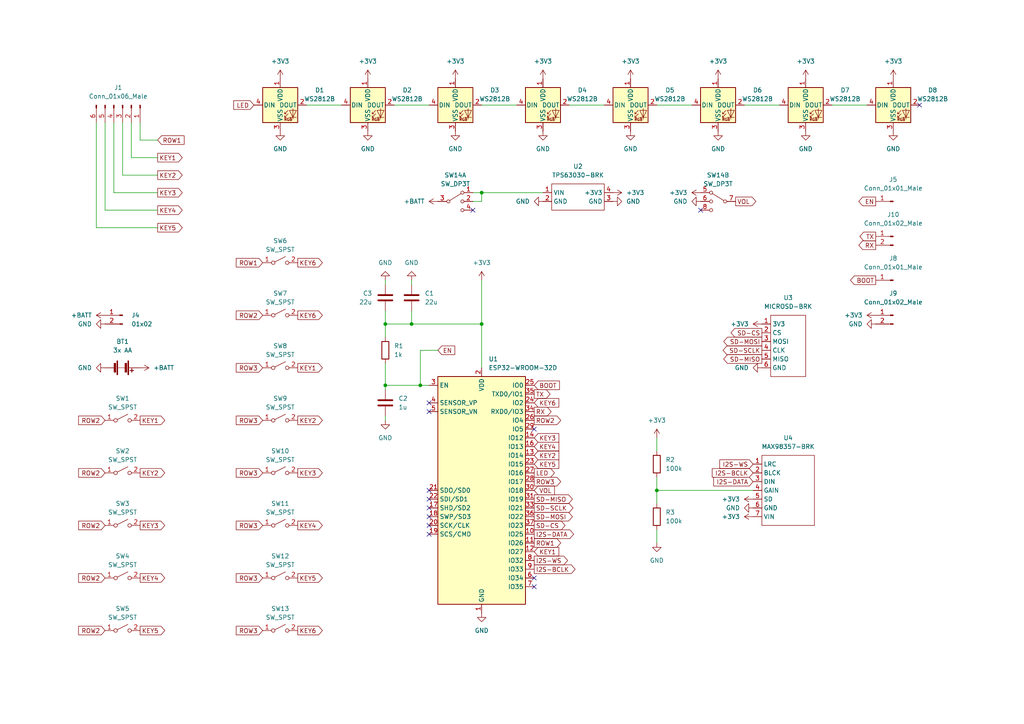
<source format=kicad_sch>
(kicad_sch (version 20221126) (generator eeschema)
  (paper "A4")
  (lib_symbols
    (symbol "Connector:Conn_01x01_Male" (pin_names (offset 1.016) hide)
      (property "Reference" "J" (at 0 2.54 0))
      (property "Value" "Conn_01x01_Male" (at 0 -2.54 0))
      (symbol "Conn_01x01_Male_1_1"
        (polyline (pts (xy 1.27 0) (xy 0.8636 0)) (stroke (width 0.1524)))
        (rectangle (start 0.8636 0.127) (end 0 -0.127) (stroke (width 0.1524)) (fill (type outline)))
        (pin passive line (at 5.08 0 180) (length 3.81) (name "Pin_1") (number "1"))
      )
    )
    (symbol "Connector:Conn_01x02_Male" (pin_names (offset 1.016) hide)
      (property "Reference" "J" (at 0 2.54 0))
      (property "Value" "Conn_01x02_Male" (at 0 -5.08 0))
      (symbol "Conn_01x02_Male_1_1"
        (polyline (pts (xy 1.27 -2.54) (xy 0.8636 -2.54)) (stroke (width 0.1524)))
        (polyline (pts (xy 1.27 0) (xy 0.8636 0)) (stroke (width 0.1524)))
        (rectangle (start 0.8636 -2.413) (end 0 -2.667) (stroke (width 0.1524)) (fill (type outline)))
        (rectangle (start 0.8636 0.127) (end 0 -0.127) (stroke (width 0.1524)) (fill (type outline)))
        (pin passive line (at 5.08 0 180) (length 3.81) (name "Pin_1") (number "1"))
        (pin passive line (at 5.08 -2.54 180) (length 3.81) (name "Pin_2") (number "2"))
      )
    )
    (symbol "Connector:Conn_01x06_Male" (pin_names (offset 1.016) hide)
      (property "Reference" "J" (at 0 7.62 0))
      (property "Value" "Conn_01x06_Male" (at 0 -10.16 0))
      (symbol "Conn_01x06_Male_1_1"
        (polyline (pts (xy 1.27 -7.62) (xy 0.8636 -7.62)) (stroke (width 0.1524)))
        (polyline (pts (xy 1.27 -5.08) (xy 0.8636 -5.08)) (stroke (width 0.1524)))
        (polyline (pts (xy 1.27 -2.54) (xy 0.8636 -2.54)) (stroke (width 0.1524)))
        (polyline (pts (xy 1.27 0) (xy 0.8636 0)) (stroke (width 0.1524)))
        (polyline (pts (xy 1.27 2.54) (xy 0.8636 2.54)) (stroke (width 0.1524)))
        (polyline (pts (xy 1.27 5.08) (xy 0.8636 5.08)) (stroke (width 0.1524)))
        (rectangle (start 0.8636 -7.493) (end 0 -7.747) (stroke (width 0.1524)) (fill (type outline)))
        (rectangle (start 0.8636 -4.953) (end 0 -5.207) (stroke (width 0.1524)) (fill (type outline)))
        (rectangle (start 0.8636 -2.413) (end 0 -2.667) (stroke (width 0.1524)) (fill (type outline)))
        (rectangle (start 0.8636 0.127) (end 0 -0.127) (stroke (width 0.1524)) (fill (type outline)))
        (rectangle (start 0.8636 2.667) (end 0 2.413) (stroke (width 0.1524)) (fill (type outline)))
        (rectangle (start 0.8636 5.207) (end 0 4.953) (stroke (width 0.1524)) (fill (type outline)))
        (pin passive line (at 5.08 5.08 180) (length 3.81) (name "Pin_1") (number "1"))
        (pin passive line (at 5.08 2.54 180) (length 3.81) (name "Pin_2") (number "2"))
        (pin passive line (at 5.08 0 180) (length 3.81) (name "Pin_3") (number "3"))
        (pin passive line (at 5.08 -2.54 180) (length 3.81) (name "Pin_4") (number "4"))
        (pin passive line (at 5.08 -5.08 180) (length 3.81) (name "Pin_5") (number "5"))
        (pin passive line (at 5.08 -7.62 180) (length 3.81) (name "Pin_6") (number "6"))
      )
    )
    (symbol "Device:Battery" (pin_numbers hide) (pin_names (offset 0) hide)
      (property "Reference" "BT" (at 2.54 2.54 0))
      (property "Value" "Battery" (at 2.54 0 0))
      (symbol "Battery_0_1"
        (rectangle (start -2.032 -1.397) (end 2.032 -1.651) (fill (type outline)))
        (rectangle (start -2.032 1.778) (end 2.032 1.524) (fill (type outline)))
        (rectangle (start -1.3208 -1.9812) (end 1.27 -2.4892) (fill (type outline)))
        (rectangle (start -1.3208 1.1938) (end 1.27 0.6858) (fill (type outline)))
        (polyline (pts (xy 0 -1.524) (xy 0 -1.27)))
        (polyline (pts (xy 0 -1.016) (xy 0 -0.762)))
        (polyline (pts (xy 0 -0.508) (xy 0 -0.254)))
        (polyline (pts (xy 0 0) (xy 0 0.254)))
        (polyline (pts (xy 0 0.508) (xy 0 0.762)))
        (polyline (pts (xy 0 1.778) (xy 0 2.54)))
        (polyline (pts (xy 0.254 2.667) (xy 1.27 2.667)) (stroke (width 0.254)))
        (polyline (pts (xy 0.762 3.175) (xy 0.762 2.159)) (stroke (width 0.254)))
      )
      (symbol "Battery_1_1"
        (pin passive line (at 0 5.08 270) (length 2.54) (name "+") (number "1") (alternate "" input line))
        (pin passive line (at 0 -5.08 90) (length 2.54) (name "-") (number "2"))
      )
    )
    (symbol "Device:C" (pin_numbers hide) (pin_names (offset 0.254))
      (property "Reference" "C" (at 0.635 2.54 0))
      (property "Value" "C" (at 0.635 -2.54 0))
      (symbol "C_0_1"
        (polyline (pts (xy -2.032 -0.762) (xy 2.032 -0.762)) (stroke (width 0.508)))
        (polyline (pts (xy -2.032 0.762) (xy 2.032 0.762)) (stroke (width 0.508)))
      )
      (symbol "C_1_1"
        (pin passive line (at 0 3.81 270) (length 2.794) (name "~") (number "1"))
        (pin passive line (at 0 -3.81 90) (length 2.794) (name "~") (number "2"))
      )
    )
    (symbol "Device:R" (pin_numbers hide) (pin_names (offset 0))
      (property "Reference" "R" (at 2.032 0 90))
      (property "Value" "R" (at 0 0 90))
      (symbol "R_0_1"
        (rectangle (start -1.016 -2.54) (end 1.016 2.54) (stroke (width 0.254)))
      )
      (symbol "R_1_1"
        (pin passive line (at 0 3.81 270) (length 1.27) (name "~") (number "1"))
        (pin passive line (at 0 -3.81 90) (length 1.27) (name "~") (number "2"))
      )
    )
    (symbol "LED:WS2812B" (pin_names (offset 0.254))
      (property "Reference" "D" (at 5.08 5.715 0))
      (property "Value" "WS2812B" (at 1.27 -5.715 0))
      (symbol "WS2812B_0_0"
        (text "RGB" (at 2.286 -4.191 0) (effects (font (size 0.762 0.762))))
      )
      (symbol "WS2812B_0_1"
        (polyline (pts (xy 1.27 -3.556) (xy 1.778 -3.556)))
        (polyline (pts (xy 1.27 -2.54) (xy 1.778 -2.54)))
        (polyline (pts (xy 4.699 -3.556) (xy 2.667 -3.556)))
        (polyline (pts (xy 2.286 -2.54) (xy 1.27 -3.556) (xy 1.27 -3.048)))
        (polyline (pts (xy 2.286 -1.524) (xy 1.27 -2.54) (xy 1.27 -2.032)))
        (polyline (pts (xy 3.683 -1.016) (xy 3.683 -3.556) (xy 3.683 -4.064)))
        (polyline (pts (xy 4.699 -1.524) (xy 2.667 -1.524) (xy 3.683 -3.556) (xy 4.699 -1.524)))
        (rectangle (start 5.08 5.08) (end -5.08 -5.08) (stroke (width 0.254)) (fill (type background)))
      )
      (symbol "WS2812B_1_1"
        (pin power_in line (at 0 7.62 270) (length 2.54) (name "VDD") (number "1"))
        (pin output line (at 7.62 0 180) (length 2.54) (name "DOUT") (number "2"))
        (pin power_in line (at 0 -7.62 90) (length 2.54) (name "VSS") (number "3"))
        (pin input line (at -7.62 0 0) (length 2.54) (name "DIN") (number "4"))
      )
    )
    (symbol "Library:MAX98357-BRK"
      (property "Reference" "U" (at 0 15.24 0))
      (property "Value" "MAX98357-BRK" (at 0 12.7 0))
      (symbol "MAX98357-BRK_0_1"
        (rectangle (start -7.62 10.16) (end 7.62 -10.16))
      )
      (symbol "MAX98357-BRK_1_1"
        (pin input line (at -10.16 7.62 0) (length 2.54) (name "LRC") (number "1"))
        (pin input line (at -10.16 5.08 0) (length 2.54) (name "BLCK") (number "2"))
        (pin input line (at -10.16 2.54 0) (length 2.54) (name "DIN") (number "3"))
        (pin input line (at -10.16 0 0) (length 2.54) (name "GAIN") (number "4"))
        (pin input line (at -10.16 -2.54 0) (length 2.54) (name "SD") (number "5"))
        (pin power_in line (at -10.16 -5.08 0) (length 2.54) (name "GND") (number "6"))
        (pin power_in line (at -10.16 -7.62 0) (length 2.54) (name "VIN") (number "7"))
      )
    )
    (symbol "Library:MICROSD-BRK"
      (property "Reference" "U" (at 0 10.16 0))
      (property "Value" "MICROSD-BRK" (at 0 7.62 0))
      (symbol "MICROSD-BRK_0_1"
        (rectangle (start -5.08 5.08) (end 5.08 -12.7))
      )
      (symbol "MICROSD-BRK_1_1"
        (pin power_in line (at -7.62 2.54 0) (length 2.54) (name "3V3") (number "1"))
        (pin input line (at -7.62 0 0) (length 2.54) (name "CS") (number "2"))
        (pin input line (at -7.62 -2.54 0) (length 2.54) (name "MOSI") (number "3"))
        (pin input line (at -7.62 -5.08 0) (length 2.54) (name "CLK") (number "4"))
        (pin output line (at -7.62 -7.62 0) (length 2.54) (name "MISO") (number "5"))
        (pin power_in line (at -7.62 -10.16 0) (length 2.54) (name "GND") (number "6"))
      )
    )
    (symbol "Library:TPS63030-BRK"
      (property "Reference" "U" (at 0 10.16 0))
      (property "Value" "TPS63030-BRK" (at 0 7.62 0))
      (symbol "TPS63030-BRK_0_1"
        (rectangle (start -7.62 5.08) (end 7.62 -2.54))
      )
      (symbol "TPS63030-BRK_1_1"
        (pin power_in line (at -10.16 2.54 0) (length 2.54) (name "VIN") (number "1"))
        (pin power_in line (at -10.16 0 0) (length 2.54) (name "GND") (number "2"))
        (pin power_out line (at 10.16 0 180) (length 2.54) (name "GND") (number "3"))
        (pin power_out line (at 10.16 2.54 180) (length 2.54) (name "+3V3") (number "4"))
      )
    )
    (symbol "RF_Module:ESP32-WROOM-32D"
      (property "Reference" "U" (at -12.7 34.29 0))
      (property "Value" "ESP32-WROOM-32D" (at 1.27 34.29 0))
      (symbol "ESP32-WROOM-32D_0_1"
        (rectangle (start -12.7 33.02) (end 12.7 -33.02) (stroke (width 0.254)) (fill (type background)))
      )
      (symbol "ESP32-WROOM-32D_1_1"
        (pin power_in line (at 0 -35.56 90) (length 2.54) (name "GND") (number "1"))
        (pin bidirectional line (at 15.24 -12.7 180) (length 2.54) (name "IO25") (number "10"))
        (pin bidirectional line (at 15.24 -15.24 180) (length 2.54) (name "IO26") (number "11"))
        (pin bidirectional line (at 15.24 -17.78 180) (length 2.54) (name "IO27") (number "12"))
        (pin bidirectional line (at 15.24 10.16 180) (length 2.54) (name "IO14") (number "13"))
        (pin bidirectional line (at 15.24 15.24 180) (length 2.54) (name "IO12") (number "14"))
        (pin passive line (at 0 -35.56 90) (length 2.54) hide (name "GND") (number "15"))
        (pin bidirectional line (at 15.24 12.7 180) (length 2.54) (name "IO13") (number "16"))
        (pin bidirectional line (at -15.24 -5.08 0) (length 2.54) (name "SHD/SD2") (number "17"))
        (pin bidirectional line (at -15.24 -7.62 0) (length 2.54) (name "SWP/SD3") (number "18"))
        (pin bidirectional line (at -15.24 -12.7 0) (length 2.54) (name "SCS/CMD") (number "19"))
        (pin power_in line (at 0 35.56 270) (length 2.54) (name "VDD") (number "2"))
        (pin bidirectional line (at -15.24 -10.16 0) (length 2.54) (name "SCK/CLK") (number "20"))
        (pin bidirectional line (at -15.24 0 0) (length 2.54) (name "SDO/SD0") (number "21"))
        (pin bidirectional line (at -15.24 -2.54 0) (length 2.54) (name "SDI/SD1") (number "22"))
        (pin bidirectional line (at 15.24 7.62 180) (length 2.54) (name "IO15") (number "23"))
        (pin bidirectional line (at 15.24 25.4 180) (length 2.54) (name "IO2") (number "24"))
        (pin bidirectional line (at 15.24 30.48 180) (length 2.54) (name "IO0") (number "25"))
        (pin bidirectional line (at 15.24 20.32 180) (length 2.54) (name "IO4") (number "26"))
        (pin bidirectional line (at 15.24 5.08 180) (length 2.54) (name "IO16") (number "27"))
        (pin bidirectional line (at 15.24 2.54 180) (length 2.54) (name "IO17") (number "28"))
        (pin bidirectional line (at 15.24 17.78 180) (length 2.54) (name "IO5") (number "29"))
        (pin input line (at -15.24 30.48 0) (length 2.54) (name "EN") (number "3"))
        (pin bidirectional line (at 15.24 0 180) (length 2.54) (name "IO18") (number "30"))
        (pin bidirectional line (at 15.24 -2.54 180) (length 2.54) (name "IO19") (number "31"))
        (pin no_connect line (at -12.7 -27.94 0) (length 2.54) hide (name "NC") (number "32"))
        (pin bidirectional line (at 15.24 -5.08 180) (length 2.54) (name "IO21") (number "33"))
        (pin bidirectional line (at 15.24 22.86 180) (length 2.54) (name "RXD0/IO3") (number "34"))
        (pin bidirectional line (at 15.24 27.94 180) (length 2.54) (name "TXD0/IO1") (number "35"))
        (pin bidirectional line (at 15.24 -7.62 180) (length 2.54) (name "IO22") (number "36"))
        (pin bidirectional line (at 15.24 -10.16 180) (length 2.54) (name "IO23") (number "37"))
        (pin passive line (at 0 -35.56 90) (length 2.54) hide (name "GND") (number "38"))
        (pin passive line (at 0 -35.56 90) (length 2.54) hide (name "GND") (number "39"))
        (pin input line (at -15.24 25.4 0) (length 2.54) (name "SENSOR_VP") (number "4"))
        (pin input line (at -15.24 22.86 0) (length 2.54) (name "SENSOR_VN") (number "5"))
        (pin input line (at 15.24 -25.4 180) (length 2.54) (name "IO34") (number "6"))
        (pin input line (at 15.24 -27.94 180) (length 2.54) (name "IO35") (number "7"))
        (pin bidirectional line (at 15.24 -20.32 180) (length 2.54) (name "IO32") (number "8"))
        (pin bidirectional line (at 15.24 -22.86 180) (length 2.54) (name "IO33") (number "9"))
      )
    )
    (symbol "Switch:SW_DP3T" (pin_names (offset 0) hide)
      (property "Reference" "SW" (at 0 5.08 0))
      (property "Value" "SW_DP3T" (at 0 -5.08 0))
      (symbol "SW_DP3T_0_1"
        (circle (center -2.032 0) (radius 0.4572))
        (polyline (pts (xy -1.651 0.254) (xy 1.651 2.286)))
        (circle (center 2.032 -2.54) (radius 0.4572))
        (circle (center 2.032 0) (radius 0.4572))
        (circle (center 2.032 2.54) (radius 0.4572))
      )
      (symbol "SW_DP3T_1_1"
        (pin passive line (at 5.08 2.54 180) (length 2.54) (name "1") (number "1"))
        (pin passive line (at 5.08 0 180) (length 2.54) (name "2") (number "2"))
        (pin passive line (at -5.08 0 0) (length 2.54) (name "3") (number "3"))
        (pin passive line (at 5.08 -2.54 180) (length 2.54) (name "4") (number "4"))
      )
      (symbol "SW_DP3T_2_1"
        (pin passive line (at 5.08 2.54 180) (length 2.54) (name "5") (number "5"))
        (pin passive line (at 5.08 0 180) (length 2.54) (name "6") (number "6"))
        (pin passive line (at -5.08 0 0) (length 2.54) (name "7") (number "7"))
        (pin passive line (at 5.08 -2.54 180) (length 2.54) (name "8") (number "8"))
      )
    )
    (symbol "Switch:SW_SPST" (pin_names (offset 0) hide)
      (property "Reference" "SW" (at 0 3.175 0))
      (property "Value" "SW_SPST" (at 0 -2.54 0))
      (symbol "SW_SPST_0_0"
        (circle (center -2.032 0) (radius 0.508))
        (polyline (pts (xy -1.524 0.254) (xy 1.524 1.778)))
        (circle (center 2.032 0) (radius 0.508))
      )
      (symbol "SW_SPST_1_1"
        (pin passive line (at -5.08 0 0) (length 2.54) (name "A") (number "1"))
        (pin passive line (at 5.08 0 180) (length 2.54) (name "B") (number "2"))
      )
    )
    (symbol "power:+3V3" (power) (pin_names (offset 0))
      (property "Value" "+3V3" (at 0 3.556 0))
      (symbol "+3V3_0_1"
        (polyline (pts (xy -0.762 1.27) (xy 0 2.54)))
        (polyline (pts (xy 0 0) (xy 0 2.54)))
        (polyline (pts (xy 0 2.54) (xy 0.762 1.27)))
      )
      (symbol "+3V3_1_1"
        (pin power_in line (at 0 0 90) (length 0) hide (name "+3V3") (number "1"))
      )
    )
    (symbol "power:+BATT" (power) (pin_names (offset 0))
      (property "Value" "+BATT" (at 0 3.556 0))
      (symbol "+BATT_0_1"
        (polyline (pts (xy -0.762 1.27) (xy 0 2.54)))
        (polyline (pts (xy 0 0) (xy 0 2.54)))
        (polyline (pts (xy 0 2.54) (xy 0.762 1.27)))
      )
      (symbol "+BATT_1_1"
        (pin power_in line (at 0 0 90) (length 0) hide (name "+BATT") (number "1"))
      )
    )
    (symbol "power:GND" (power) (pin_names (offset 0))
      (property "Value" "GND" (at 0 -3.81 0))
      (symbol "GND_0_1"
        (polyline (pts (xy 0 0) (xy 0 -1.27) (xy 1.27 -1.27) (xy 0 -2.54) (xy -1.27 -1.27) (xy 0 -1.27)))
      )
      (symbol "GND_1_1"
        (pin power_in line (at 0 0 270) (length 0) hide (name "GND") (number "1"))
      )
    )
  )
  (junction (at 139.7 93.98))
  (junction (at 121.92 111.76))
  (junction (at 111.76 111.76))
  (junction (at 119.38 93.98))
  (junction (at 111.76 93.98))
  (junction (at 139.7 55.88))
  (junction (at 190.5 142.24))
  (no_connect (at 154.94 170.18))
  (no_connect (at 124.46 154.94))
  (no_connect (at 124.46 147.32))
  (no_connect (at 137.16 60.96))
  (no_connect (at 154.94 167.64))
  (no_connect (at 124.46 144.78))
  (no_connect (at 124.46 116.84))
  (no_connect (at 266.7 30.48))
  (no_connect (at 154.94 124.46))
  (no_connect (at 124.46 149.86))
  (no_connect (at 124.46 142.24))
  (no_connect (at 124.46 152.4))
  (no_connect (at 124.46 119.38))
  (no_connect (at 203.2 60.96))
  (wire (pts (xy 190.5 142.24) (xy 190.5 138.43)))
  (wire (pts (xy 139.7 58.42) (xy 139.7 55.88)))
  (wire (pts (xy 119.38 81.28) (xy 119.38 82.55)))
  (wire (pts (xy 111.76 120.65) (xy 111.76 121.92)))
  (wire (pts (xy 30.48 35.56) (xy 30.48 60.96)))
  (wire (pts (xy 111.76 97.79) (xy 111.76 93.98)))
  (wire (pts (xy 137.16 55.88) (xy 139.7 55.88)))
  (wire (pts (xy 111.76 90.17) (xy 111.76 93.98)))
  (wire (pts (xy 139.7 93.98) (xy 139.7 106.68)))
  (wire (pts (xy 139.7 81.28) (xy 139.7 93.98)))
  (wire (pts (xy 215.9 30.48) (xy 226.06 30.48)))
  (wire (pts (xy 40.64 40.64) (xy 45.72 40.64)))
  (wire (pts (xy 165.1 30.48) (xy 175.26 30.48)))
  (wire (pts (xy 111.76 81.28) (xy 111.76 82.55)))
  (wire (pts (xy 190.5 30.48) (xy 200.66 30.48)))
  (wire (pts (xy 139.7 55.88) (xy 157.48 55.88)))
  (wire (pts (xy 38.1 45.72) (xy 45.72 45.72)))
  (wire (pts (xy 137.16 58.42) (xy 139.7 58.42)))
  (wire (pts (xy 119.38 93.98) (xy 111.76 93.98)))
  (wire (pts (xy 121.92 111.76) (xy 124.46 111.76)))
  (wire (pts (xy 190.5 142.24) (xy 190.5 146.05)))
  (wire (pts (xy 119.38 90.17) (xy 119.38 93.98)))
  (wire (pts (xy 139.7 30.48) (xy 149.86 30.48)))
  (wire (pts (xy 40.64 35.56) (xy 40.64 40.64)))
  (wire (pts (xy 33.02 35.56) (xy 33.02 55.88)))
  (wire (pts (xy 111.76 105.41) (xy 111.76 111.76)))
  (wire (pts (xy 119.38 93.98) (xy 139.7 93.98)))
  (wire (pts (xy 190.5 142.24) (xy 218.44 142.24)))
  (wire (pts (xy 111.76 111.76) (xy 121.92 111.76)))
  (wire (pts (xy 114.3 30.48) (xy 124.46 30.48)))
  (wire (pts (xy 38.1 35.56) (xy 38.1 45.72)))
  (wire (pts (xy 35.56 50.8) (xy 45.72 50.8)))
  (wire (pts (xy 241.3 30.48) (xy 251.46 30.48)))
  (wire (pts (xy 190.5 153.67) (xy 190.5 157.48)))
  (wire (pts (xy 27.94 66.04) (xy 27.94 35.56)))
  (wire (pts (xy 30.48 60.96) (xy 45.72 60.96)))
  (wire (pts (xy 127 101.6) (xy 121.92 101.6)))
  (wire (pts (xy 111.76 111.76) (xy 111.76 113.03)))
  (wire (pts (xy 27.94 66.04) (xy 45.72 66.04)))
  (wire (pts (xy 190.5 127) (xy 190.5 130.81)))
  (wire (pts (xy 33.02 55.88) (xy 45.72 55.88)))
  (wire (pts (xy 121.92 101.6) (xy 121.92 111.76)))
  (wire (pts (xy 35.56 35.56) (xy 35.56 50.8)))
  (wire (pts (xy 88.9 30.48) (xy 99.06 30.48)))
  (global_label "SD-MOSI" (shape output) (at 154.94 149.86 0) (property "Intersheet References" "${INTERSHEET_REFS}" (effects hide)))
  (global_label "KEY1" (shape output) (at 40.64 121.92 0) (property "Intersheet References" "${INTERSHEET_REFS}" (effects hide)))
  (global_label "ROW1" (shape output) (at 154.94 157.48 0) (property "Intersheet References" "${INTERSHEET_REFS}" (effects hide)))
  (global_label "KEY4" (shape output) (at 40.64 167.64 0) (property "Intersheet References" "${INTERSHEET_REFS}" (effects hide)))
  (global_label "KEY5" (shape output) (at 45.72 66.04 0) (property "Intersheet References" "${INTERSHEET_REFS}" (effects hide)))
  (global_label "KEY1" (shape output) (at 86.36 106.68 0) (property "Intersheet References" "${INTERSHEET_REFS}" (effects hide)))
  (global_label "KEY6" (shape output) (at 86.36 76.2 0) (property "Intersheet References" "${INTERSHEET_REFS}" (effects hide)))
  (global_label "I2S-DATA" (shape input) (at 218.44 139.7 180) (property "Intersheet References" "${INTERSHEET_REFS}" (effects hide)))
  (global_label "BOOT" (shape output) (at 254 81.28 180) (property "Intersheet References" "${INTERSHEET_REFS}" (effects hide)))
  (global_label "KEY4" (shape output) (at 45.72 60.96 0) (property "Intersheet References" "${INTERSHEET_REFS}" (effects hide)))
  (global_label "SD-CS" (shape output) (at 154.94 152.4 0) (property "Intersheet References" "${INTERSHEET_REFS}" (effects hide)))
  (global_label "SD-MISO" (shape output) (at 154.94 144.78 0) (property "Intersheet References" "${INTERSHEET_REFS}" (effects hide)))
  (global_label "I2S-WS" (shape output) (at 154.94 162.56 0) (property "Intersheet References" "${INTERSHEET_REFS}" (effects hide)))
  (global_label "ROW3" (shape input) (at 76.2 137.16 180) (property "Intersheet References" "${INTERSHEET_REFS}" (effects hide)))
  (global_label "KEY2" (shape output) (at 86.36 121.92 0) (property "Intersheet References" "${INTERSHEET_REFS}" (effects hide)))
  (global_label "KEY1" (shape input) (at 154.94 160.02 0) (property "Intersheet References" "${INTERSHEET_REFS}" (effects hide)))
  (global_label "ROW3" (shape input) (at 76.2 182.88 180) (property "Intersheet References" "${INTERSHEET_REFS}" (effects hide)))
  (global_label "ROW3" (shape input) (at 76.2 121.92 180) (property "Intersheet References" "${INTERSHEET_REFS}" (effects hide)))
  (global_label "ROW2" (shape input) (at 30.48 182.88 180) (property "Intersheet References" "${INTERSHEET_REFS}" (effects hide)))
  (global_label "I2S-WS" (shape input) (at 218.44 134.62 180) (property "Intersheet References" "${INTERSHEET_REFS}" (effects hide)))
  (global_label "ROW3" (shape input) (at 76.2 106.68 180) (property "Intersheet References" "${INTERSHEET_REFS}" (effects hide)))
  (global_label "ROW2" (shape input) (at 76.2 91.44 180) (property "Intersheet References" "${INTERSHEET_REFS}" (effects hide)))
  (global_label "EN" (shape output) (at 254 58.42 180) (property "Intersheet References" "${INTERSHEET_REFS}" (effects hide)))
  (global_label "RX" (shape output) (at 154.94 119.38 0) (property "Intersheet References" "${INTERSHEET_REFS}" (effects hide)))
  (global_label "ROW2" (shape input) (at 30.48 152.4 180) (property "Intersheet References" "${INTERSHEET_REFS}" (effects hide)))
  (global_label "KEY6" (shape output) (at 86.36 182.88 0) (property "Intersheet References" "${INTERSHEET_REFS}" (effects hide)))
  (global_label "KEY3" (shape output) (at 86.36 137.16 0) (property "Intersheet References" "${INTERSHEET_REFS}" (effects hide)))
  (global_label "KEY6" (shape input) (at 154.94 116.84 0) (property "Intersheet References" "${INTERSHEET_REFS}" (effects hide)))
  (global_label "KEY2" (shape output) (at 40.64 137.16 0) (property "Intersheet References" "${INTERSHEET_REFS}" (effects hide)))
  (global_label "KEY3" (shape output) (at 45.72 55.88 0) (property "Intersheet References" "${INTERSHEET_REFS}" (effects hide)))
  (global_label "LED" (shape input) (at 73.66 30.48 180) (property "Intersheet References" "${INTERSHEET_REFS}" (effects hide)))
  (global_label "LED" (shape output) (at 154.94 137.16 0) (property "Intersheet References" "${INTERSHEET_REFS}" (effects hide)))
  (global_label "ROW1" (shape input) (at 76.2 76.2 180) (property "Intersheet References" "${INTERSHEET_REFS}" (effects hide)))
  (global_label "I2S-DATA" (shape output) (at 154.94 154.94 0) (property "Intersheet References" "${INTERSHEET_REFS}" (effects hide)))
  (global_label "ROW2" (shape input) (at 30.48 167.64 180) (property "Intersheet References" "${INTERSHEET_REFS}" (effects hide)))
  (global_label "VOL" (shape output) (at 213.36 58.42 0) (property "Intersheet References" "${INTERSHEET_REFS}" (effects hide)))
  (global_label "ROW2" (shape input) (at 30.48 137.16 180) (property "Intersheet References" "${INTERSHEET_REFS}" (effects hide)))
  (global_label "I2S-BCLK" (shape input) (at 218.44 137.16 180) (property "Intersheet References" "${INTERSHEET_REFS}" (effects hide)))
  (global_label "KEY2" (shape output) (at 45.72 50.8 0) (property "Intersheet References" "${INTERSHEET_REFS}" (effects hide)))
  (global_label "KEY3" (shape output) (at 40.64 152.4 0) (property "Intersheet References" "${INTERSHEET_REFS}" (effects hide)))
  (global_label "I2S-BCLK" (shape output) (at 154.94 165.1 0) (property "Intersheet References" "${INTERSHEET_REFS}" (effects hide)))
  (global_label "KEY2" (shape input) (at 154.94 132.08 0) (property "Intersheet References" "${INTERSHEET_REFS}" (effects hide)))
  (global_label "KEY5" (shape output) (at 86.36 167.64 0) (property "Intersheet References" "${INTERSHEET_REFS}" (effects hide)))
  (global_label "KEY3" (shape input) (at 154.94 127 0) (property "Intersheet References" "${INTERSHEET_REFS}" (effects hide)))
  (global_label "SD-SCLK" (shape output) (at 154.94 147.32 0) (property "Intersheet References" "${INTERSHEET_REFS}" (effects hide)))
  (global_label "ROW2" (shape output) (at 154.94 121.92 0) (property "Intersheet References" "${INTERSHEET_REFS}" (effects hide)))
  (global_label "ROW1" (shape input) (at 45.72 40.64 0) (property "Intersheet References" "${INTERSHEET_REFS}" (effects hide)))
  (global_label "KEY4" (shape output) (at 86.36 152.4 0) (property "Intersheet References" "${INTERSHEET_REFS}" (effects hide)))
  (global_label "TX" (shape output) (at 154.94 114.3 0) (property "Intersheet References" "${INTERSHEET_REFS}" (effects hide)))
  (global_label "KEY5" (shape input) (at 154.94 134.62 0) (property "Intersheet References" "${INTERSHEET_REFS}" (effects hide)))
  (global_label "VOL" (shape input) (at 154.94 142.24 0) (property "Intersheet References" "${INTERSHEET_REFS}" (effects hide)))
  (global_label "TX" (shape output) (at 254 68.58 180) (property "Intersheet References" "${INTERSHEET_REFS}" (effects hide)))
  (global_label "ROW3" (shape input) (at 76.2 152.4 180) (property "Intersheet References" "${INTERSHEET_REFS}" (effects hide)))
  (global_label "SD-SCLK" (shape output) (at 220.98 101.6 180) (property "Intersheet References" "${INTERSHEET_REFS}" (effects hide)))
  (global_label "SD-MISO" (shape output) (at 220.98 104.14 180) (property "Intersheet References" "${INTERSHEET_REFS}" (effects hide)))
  (global_label "SD-CS" (shape output) (at 220.98 96.52 180) (property "Intersheet References" "${INTERSHEET_REFS}" (effects hide)))
  (global_label "EN" (shape input) (at 127 101.6 0) (property "Intersheet References" "${INTERSHEET_REFS}" (effects hide)))
  (global_label "ROW3" (shape output) (at 154.94 139.7 0) (property "Intersheet References" "${INTERSHEET_REFS}" (effects hide)))
  (global_label "KEY6" (shape output) (at 86.36 91.44 0) (property "Intersheet References" "${INTERSHEET_REFS}" (effects hide)))
  (global_label "KEY4" (shape input) (at 154.94 129.54 0) (property "Intersheet References" "${INTERSHEET_REFS}" (effects hide)))
  (global_label "RX" (shape output) (at 254 71.12 180) (property "Intersheet References" "${INTERSHEET_REFS}" (effects hide)))
  (global_label "KEY1" (shape output) (at 45.72 45.72 0) (property "Intersheet References" "${INTERSHEET_REFS}" (effects hide)))
  (global_label "KEY5" (shape output) (at 40.64 182.88 0) (property "Intersheet References" "${INTERSHEET_REFS}" (effects hide)))
  (global_label "BOOT" (shape input) (at 154.94 111.76 0) (property "Intersheet References" "${INTERSHEET_REFS}" (effects hide)))
  (global_label "ROW3" (shape input) (at 76.2 167.64 180) (property "Intersheet References" "${INTERSHEET_REFS}" (effects hide)))
  (global_label "ROW2" (shape input) (at 30.48 121.92 180) (property "Intersheet References" "${INTERSHEET_REFS}" (effects hide)))
  (global_label "SD-MOSI" (shape output) (at 220.98 99.06 180) (property "Intersheet References" "${INTERSHEET_REFS}" (effects hide)))
  (symbol (lib_id "power:+3V3") (at 106.68 22.86 0) (unit 1)
    (property "Reference" "#PWR05" (effects hide))
    (property "Value" "+3V3" (at 106.68 17.78 0))
  )
  (symbol (lib_id "power:GND") (at 220.98 106.68 270) (unit 1)
    (property "Reference" "#PWR031" (effects hide))
    (property "Value" "GND" (at 217.17 106.6799 90) (effects (justify right)))
  )
  (symbol (lib_id "LED:WS2812B") (at 182.88 30.48 0) (unit 1)
    (property "Reference" "D5" (at 194.31 26.1493 0))
    (property "Value" "WS2812B" (at 194.31 28.6893 0))
    (property "Footprint" "LED_SMD:LED_WS2812B_PLCC4_5.0x5.0mm_P3.2mm" (effects hide))
    (property "Datasheet" "https://cdn-shop.adafruit.com/datasheets/WS2812B.pdf" (effects hide))
  )
  (symbol (lib_id "power:+3V3") (at 259.08 22.86 0) (unit 1)
    (property "Reference" "#PWR036" (effects hide))
    (property "Value" "+3V3" (at 259.08 17.78 0))
  )
  (symbol (lib_id "power:+3V3") (at 254 91.44 90) (unit 1)
    (property "Reference" "#PWR034" (effects hide))
    (property "Value" "+3V3" (at 250.19 91.4399 90) (effects (justify left)))
  )
  (symbol (lib_id "power:GND") (at 81.28 38.1 0) (unit 1)
    (property "Reference" "#PWR03" (effects hide))
    (property "Value" "GND" (at 81.28 43.18 0))
  )
  (symbol (lib_id "Switch:SW_DP3T") (at 132.08 58.42 0) (unit 1)
    (property "Reference" "SW14" (at 132.08 50.8 0))
    (property "Value" "SW_DP3T" (at 132.08 53.34 0))
    (property "Footprint" "Library:SWITCH" (effects hide))
  )
  (symbol (lib_id "power:+3V3") (at 203.2 55.88 90) (unit 1)
    (property "Reference" "#PWR023" (effects hide))
    (property "Value" "+3V3" (at 199.39 55.8799 90) (effects (justify left)))
  )
  (symbol (lib_id "Switch:SW_SPST") (at 81.28 91.44 0) (unit 1)
    (property "Reference" "SW7" (at 81.28 85.09 0))
    (property "Value" "SW_SPST" (at 81.28 87.63 0))
    (property "Footprint" "Library:BUTTON" (effects hide))
  )
  (symbol (lib_id "power:+3V3") (at 157.48 22.86 0) (unit 1)
    (property "Reference" "#PWR014" (effects hide))
    (property "Value" "+3V3" (at 157.48 17.78 0))
  )
  (symbol (lib_id "power:+BATT") (at 127 58.42 90) (unit 1)
    (property "Reference" "#PWR09" (effects hide))
    (property "Value" "+BATT" (at 123.19 58.4199 90) (effects (justify left)))
  )
  (symbol (lib_id "power:GND") (at 182.88 38.1 0) (unit 1)
    (property "Reference" "#PWR020" (effects hide))
    (property "Value" "GND" (at 182.88 43.18 0))
  )
  (symbol (lib_id "Device:Battery") (at 35.56 106.68 270) (unit 1) (on_board no)
    (property "Reference" "BT1" (at 35.56 99.06 90))
    (property "Value" "3x AA" (at 35.56 101.6 90))
    (property "Footprint" "Connector_PinHeader_2.54mm:PinHeader_1x02_P2.54mm_Horizontal" (effects hide))
  )
  (symbol (lib_id "Device:R") (at 190.5 149.86 0) (unit 1)
    (property "Reference" "R3" (at 193.04 148.5899 0) (effects (justify left)))
    (property "Value" "100k" (at 193.04 151.1299 0) (effects (justify left)))
    (property "Footprint" "Resistor_SMD:R_0603_1608Metric" (effects hide))
  )
  (symbol (lib_id "Device:R") (at 111.76 101.6 0) (unit 1)
    (property "Reference" "R1" (at 114.3 100.3299 0) (effects (justify left)))
    (property "Value" "1k" (at 114.3 102.8699 0) (effects (justify left)))
    (property "Footprint" "Resistor_SMD:R_0603_1608Metric" (effects hide))
  )
  (symbol (lib_id "Switch:SW_SPST") (at 35.56 167.64 0) (unit 1)
    (property "Reference" "SW4" (at 35.56 161.29 0))
    (property "Value" "SW_SPST" (at 35.56 163.83 0))
    (property "Footprint" "Library:BUTTON" (effects hide))
  )
  (symbol (lib_id "Switch:SW_SPST") (at 81.28 106.68 0) (unit 1)
    (property "Reference" "SW8" (at 81.28 100.33 0))
    (property "Value" "SW_SPST" (at 81.28 102.87 0))
    (property "Footprint" "Library:BUTTON" (effects hide))
  )
  (symbol (lib_id "LED:WS2812B") (at 106.68 30.48 0) (unit 1)
    (property "Reference" "D2" (at 118.11 26.1493 0))
    (property "Value" "WS2812B" (at 118.11 28.6893 0))
    (property "Footprint" "LED_SMD:LED_WS2812B_PLCC4_5.0x5.0mm_P3.2mm" (effects hide))
    (property "Datasheet" "https://cdn-shop.adafruit.com/datasheets/WS2812B.pdf" (effects hide))
  )
  (symbol (lib_id "RF_Module:ESP32-WROOM-32D") (at 139.7 142.24 0) (unit 1)
    (property "Reference" "U1" (at 141.7194 104.14 0) (effects (justify left)))
    (property "Value" "ESP32-WROOM-32D" (at 141.7194 106.68 0) (effects (justify left)))
    (property "Footprint" "Library:ESP32-WROOM-32" (effects hide))
    (property "Datasheet" "https://www.espressif.com/sites/default/files/documentation/esp32-wroom-32d_esp32-wroom-32u_datasheet_en.pdf" (effects hide))
  )
  (symbol (lib_id "power:+3V3") (at 182.88 22.86 0) (unit 1)
    (property "Reference" "#PWR019" (effects hide))
    (property "Value" "+3V3" (at 182.88 17.78 0))
  )
  (symbol (lib_id "power:GND") (at 30.48 106.68 270) (unit 1)
    (property "Reference" "#PWR01" (effects hide))
    (property "Value" "GND" (at 26.67 106.6799 90) (effects (justify right)))
  )
  (symbol (lib_id "power:+3V3") (at 218.44 149.86 90) (unit 1)
    (property "Reference" "#PWR029" (effects hide))
    (property "Value" "+3V3" (at 214.63 149.8599 90) (effects (justify left)))
  )
  (symbol (lib_id "Device:C") (at 111.76 86.36 0) (mirror y) (unit 1)
    (property "Reference" "C3" (at 107.95 85.0899 0) (effects (justify left)))
    (property "Value" "22u" (at 107.95 87.6299 0) (effects (justify left)))
    (property "Footprint" "Capacitor_SMD:C_0603_1608Metric" (effects hide))
  )
  (symbol (lib_id "power:+3V3") (at 190.5 127 0) (unit 1)
    (property "Reference" "#PWR021" (effects hide))
    (property "Value" "+3V3" (at 190.5 121.92 0))
  )
  (symbol (lib_id "power:GND") (at 254 93.98 270) (unit 1)
    (property "Reference" "#PWR035" (effects hide))
    (property "Value" "GND" (at 250.19 93.9799 90) (effects (justify right)))
  )
  (symbol (lib_id "Switch:SW_SPST") (at 81.28 76.2 0) (unit 1)
    (property "Reference" "SW6" (at 81.28 69.85 0))
    (property "Value" "SW_SPST" (at 81.28 72.39 0))
    (property "Footprint" "Library:BUTTON" (effects hide))
  )
  (symbol (lib_id "power:+BATT") (at 30.48 91.44 90) (unit 1)
    (property "Reference" "#PWR0101" (effects hide))
    (property "Value" "+BATT" (at 26.67 91.4399 90) (effects (justify left)))
  )
  (symbol (lib_id "LED:WS2812B") (at 208.28 30.48 0) (unit 1)
    (property "Reference" "D6" (at 219.71 26.1493 0))
    (property "Value" "WS2812B" (at 219.71 28.6893 0))
    (property "Footprint" "LED_SMD:LED_WS2812B_PLCC4_5.0x5.0mm_P3.2mm" (effects hide))
    (property "Datasheet" "https://cdn-shop.adafruit.com/datasheets/WS2812B.pdf" (effects hide))
  )
  (symbol (lib_id "power:GND") (at 233.68 38.1 0) (unit 1)
    (property "Reference" "#PWR033" (effects hide))
    (property "Value" "GND" (at 233.68 43.18 0))
  )
  (symbol (lib_id "Connector:Conn_01x02_Male") (at 259.08 91.44 0) (mirror y) (unit 1)
    (property "Reference" "J9" (at 259.08 85.09 0))
    (property "Value" "Conn_01x02_Male" (at 259.08 87.63 0))
    (property "Footprint" "Connector_PinHeader_2.54mm:PinHeader_1x02_P2.54mm_Vertical" (effects hide))
  )
  (symbol (lib_id "power:+3V3") (at 208.28 22.86 0) (unit 1)
    (property "Reference" "#PWR025" (effects hide))
    (property "Value" "+3V3" (at 208.28 17.78 0))
  )
  (symbol (lib_id "LED:WS2812B") (at 81.28 30.48 0) (unit 1)
    (property "Reference" "D1" (at 92.71 26.1493 0))
    (property "Value" "WS2812B" (at 92.71 28.6893 0))
    (property "Footprint" "LED_SMD:LED_WS2812B_PLCC4_5.0x5.0mm_P3.2mm" (effects hide))
    (property "Datasheet" "https://cdn-shop.adafruit.com/datasheets/WS2812B.pdf" (effects hide))
  )
  (symbol (lib_id "Switch:SW_SPST") (at 81.28 152.4 0) (unit 1)
    (property "Reference" "SW11" (at 81.28 146.05 0))
    (property "Value" "SW_SPST" (at 81.28 148.59 0))
    (property "Footprint" "Library:BUTTON" (effects hide))
  )
  (symbol (lib_id "Switch:SW_SPST") (at 35.56 137.16 0) (unit 1)
    (property "Reference" "SW2" (at 35.56 130.81 0))
    (property "Value" "SW_SPST" (at 35.56 133.35 0))
    (property "Footprint" "Library:BUTTON" (effects hide))
  )
  (symbol (lib_id "power:GND") (at 106.68 38.1 0) (unit 1)
    (property "Reference" "#PWR06" (effects hide))
    (property "Value" "GND" (at 106.68 43.18 0))
  )
  (symbol (lib_id "power:GND") (at 203.2 58.42 270) (unit 1)
    (property "Reference" "#PWR024" (effects hide))
    (property "Value" "GND" (at 199.39 58.4199 90) (effects (justify right)))
  )
  (symbol (lib_id "power:GND") (at 111.76 121.92 0) (unit 1)
    (property "Reference" "#PWR08" (effects hide))
    (property "Value" "GND" (at 111.76 127 0))
  )
  (symbol (lib_id "Device:R") (at 190.5 134.62 0) (unit 1)
    (property "Reference" "R2" (at 193.04 133.3499 0) (effects (justify left)))
    (property "Value" "100k" (at 193.04 135.8899 0) (effects (justify left)))
    (property "Footprint" "Resistor_SMD:R_0603_1608Metric" (effects hide))
  )
  (symbol (lib_id "Switch:SW_SPST") (at 35.56 152.4 0) (unit 1)
    (property "Reference" "SW3" (at 35.56 146.05 0))
    (property "Value" "SW_SPST" (at 35.56 148.59 0))
    (property "Footprint" "Library:BUTTON" (effects hide))
  )
  (symbol (lib_id "power:GND") (at 190.5 157.48 0) (unit 1)
    (property "Reference" "#PWR022" (effects hide))
    (property "Value" "GND" (at 190.5 162.56 0))
  )
  (symbol (lib_id "LED:WS2812B") (at 157.48 30.48 0) (unit 1)
    (property "Reference" "D4" (at 168.91 26.1493 0))
    (property "Value" "WS2812B" (at 168.91 28.6893 0))
    (property "Footprint" "LED_SMD:LED_WS2812B_PLCC4_5.0x5.0mm_P3.2mm" (effects hide))
    (property "Datasheet" "https://cdn-shop.adafruit.com/datasheets/WS2812B.pdf" (effects hide))
  )
  (symbol (lib_id "Connector:Conn_01x02_Male") (at 35.56 91.44 0) (mirror y) (unit 1)
    (property "Reference" "J4" (at 38.1 91.44 0) (effects (justify right)))
    (property "Value" "01x02" (at 38.1 93.98 0) (effects (justify right)))
    (property "Footprint" "Connector_PinHeader_2.54mm:PinHeader_1x02_P2.54mm_Vertical" (effects hide))
  )
  (symbol (lib_id "LED:WS2812B") (at 233.68 30.48 0) (unit 1)
    (property "Reference" "D7" (at 245.11 26.1493 0))
    (property "Value" "WS2812B" (at 245.11 28.6893 0))
    (property "Footprint" "LED_SMD:LED_WS2812B_PLCC4_5.0x5.0mm_P3.2mm" (effects hide))
    (property "Datasheet" "https://cdn-shop.adafruit.com/datasheets/WS2812B.pdf" (effects hide))
  )
  (symbol (lib_id "power:+3V3") (at 81.28 22.86 0) (unit 1)
    (property "Reference" "#PWR02" (effects hide))
    (property "Value" "+3V3" (at 81.28 17.78 0))
  )
  (symbol (lib_id "power:GND") (at 30.48 93.98 270) (unit 1)
    (property "Reference" "#PWR0102" (effects hide))
    (property "Value" "GND" (at 26.67 93.9799 90) (effects (justify right)))
  )
  (symbol (lib_id "power:+3V3") (at 218.44 144.78 90) (unit 1)
    (property "Reference" "#PWR027" (effects hide))
    (property "Value" "+3V3" (at 214.63 144.7799 90) (effects (justify left)))
  )
  (symbol (lib_id "Switch:SW_SPST") (at 35.56 121.92 0) (unit 1)
    (property "Reference" "SW1" (at 35.56 115.57 0))
    (property "Value" "SW_SPST" (at 35.56 118.11 0))
    (property "Footprint" "Library:BUTTON" (effects hide))
  )
  (symbol (lib_id "Switch:SW_SPST") (at 35.56 182.88 0) (unit 1)
    (property "Reference" "SW5" (at 35.56 176.53 0))
    (property "Value" "SW_SPST" (at 35.56 179.07 0))
    (property "Footprint" "Library:BUTTON" (effects hide))
  )
  (symbol (lib_id "power:GND") (at 132.08 38.1 0) (unit 1)
    (property "Reference" "#PWR011" (effects hide))
    (property "Value" "GND" (at 132.08 43.18 0))
  )
  (symbol (lib_id "Device:C") (at 119.38 86.36 0) (unit 1)
    (property "Reference" "C1" (at 123.19 85.0899 0) (effects (justify left)))
    (property "Value" "22u" (at 123.19 87.6299 0) (effects (justify left)))
    (property "Footprint" "Capacitor_SMD:C_0603_1608Metric" (effects hide))
  )
  (symbol (lib_id "power:+3V3") (at 139.7 81.28 0) (unit 1)
    (property "Reference" "#PWR012" (effects hide))
    (property "Value" "+3V3" (at 139.7 76.2 0))
  )
  (symbol (lib_id "Library:TPS63030-BRK") (at 167.64 58.42 0) (unit 1)
    (property "Reference" "U2" (at 167.64 48.26 0))
    (property "Value" "TPS63030-BRK" (at 167.64 50.8 0))
    (property "Footprint" "Library:TPS63030-BRK" (effects hide))
  )
  (symbol (lib_id "Switch:SW_SPST") (at 81.28 121.92 0) (unit 1)
    (property "Reference" "SW9" (at 81.28 115.57 0))
    (property "Value" "SW_SPST" (at 81.28 118.11 0))
    (property "Footprint" "Library:BUTTON" (effects hide))
  )
  (symbol (lib_id "Library:MICROSD-BRK") (at 228.6 96.52 0) (unit 1)
    (property "Reference" "U3" (at 228.6 86.36 0))
    (property "Value" "MICROSD-BRK" (at 228.6 88.9 0))
    (property "Footprint" "Library:MICROSD-BRK" (effects hide))
  )
  (symbol (lib_id "power:+3V3") (at 220.98 93.98 90) (unit 1)
    (property "Reference" "#PWR030" (effects hide))
    (property "Value" "+3V3" (at 217.17 93.9799 90) (effects (justify left)))
  )
  (symbol (lib_id "power:GND") (at 119.38 81.28 180) (unit 1)
    (property "Reference" "#PWR0103" (effects hide))
    (property "Value" "GND" (at 119.38 76.2 0))
  )
  (symbol (lib_id "Connector:Conn_01x01_Male") (at 259.08 81.28 0) (mirror y) (unit 1)
    (property "Reference" "J8" (at 259.08 74.93 0))
    (property "Value" "Conn_01x01_Male" (at 259.08 77.47 0))
    (property "Footprint" "Connector_PinHeader_2.54mm:PinHeader_1x01_P2.54mm_Vertical" (effects hide))
  )
  (symbol (lib_id "power:GND") (at 218.44 147.32 270) (unit 1)
    (property "Reference" "#PWR028" (effects hide))
    (property "Value" "GND" (at 214.63 147.3199 90) (effects (justify right)))
  )
  (symbol (lib_id "LED:WS2812B") (at 259.08 30.48 0) (unit 1)
    (property "Reference" "D8" (at 270.51 26.1493 0))
    (property "Value" "WS2812B" (at 270.51 28.6893 0))
    (property "Footprint" "LED_SMD:LED_WS2812B_PLCC4_5.0x5.0mm_P3.2mm" (effects hide))
    (property "Datasheet" "https://cdn-shop.adafruit.com/datasheets/WS2812B.pdf" (effects hide))
  )
  (symbol (lib_id "power:GND") (at 157.48 58.42 270) (unit 1)
    (property "Reference" "#PWR016" (effects hide))
    (property "Value" "GND" (at 153.67 58.4199 90) (effects (justify right)))
  )
  (symbol (lib_id "power:GND") (at 111.76 81.28 0) (mirror x) (unit 1)
    (property "Reference" "#PWR07" (effects hide))
    (property "Value" "GND" (at 111.76 76.2 0))
  )
  (symbol (lib_id "Switch:SW_SPST") (at 81.28 167.64 0) (unit 1)
    (property "Reference" "SW12" (at 81.28 161.29 0))
    (property "Value" "SW_SPST" (at 81.28 163.83 0))
    (property "Footprint" "Library:BUTTON" (effects hide))
  )
  (symbol (lib_id "power:GND") (at 208.28 38.1 0) (unit 1)
    (property "Reference" "#PWR026" (effects hide))
    (property "Value" "GND" (at 208.28 43.18 0))
  )
  (symbol (lib_id "LED:WS2812B") (at 132.08 30.48 0) (unit 1)
    (property "Reference" "D3" (at 143.51 26.1493 0))
    (property "Value" "WS2812B" (at 143.51 28.6893 0))
    (property "Footprint" "LED_SMD:LED_WS2812B_PLCC4_5.0x5.0mm_P3.2mm" (effects hide))
    (property "Datasheet" "https://cdn-shop.adafruit.com/datasheets/WS2812B.pdf" (effects hide))
  )
  (symbol (lib_id "power:+3V3") (at 132.08 22.86 0) (unit 1)
    (property "Reference" "#PWR010" (effects hide))
    (property "Value" "+3V3" (at 132.08 17.78 0))
  )
  (symbol (lib_id "Switch:SW_SPST") (at 81.28 182.88 0) (unit 1)
    (property "Reference" "SW13" (at 81.28 176.53 0))
    (property "Value" "SW_SPST" (at 81.28 179.07 0))
    (property "Footprint" "Library:BUTTON" (effects hide))
  )
  (symbol (lib_id "power:+3V3") (at 233.68 22.86 0) (unit 1)
    (property "Reference" "#PWR032" (effects hide))
    (property "Value" "+3V3" (at 233.68 17.78 0))
  )
  (symbol (lib_id "Library:MAX98357-BRK") (at 228.6 142.24 0) (unit 1)
    (property "Reference" "U4" (at 228.6 127 0))
    (property "Value" "MAX98357-BRK" (at 228.6 129.54 0))
    (property "Footprint" "Library:MAX98357-BRK" (effects hide))
  )
  (symbol (lib_id "power:+BATT") (at 40.64 106.68 270) (unit 1)
    (property "Reference" "#PWR04" (effects hide))
    (property "Value" "+BATT" (at 44.45 106.6799 90) (effects (justify left)))
  )
  (symbol (lib_id "Switch:SW_SPST") (at 81.28 137.16 0) (unit 1)
    (property "Reference" "SW10" (at 81.28 130.81 0))
    (property "Value" "SW_SPST" (at 81.28 133.35 0))
    (property "Footprint" "Library:BUTTON" (effects hide))
  )
  (symbol (lib_id "power:GND") (at 177.8 58.42 90) (mirror x) (unit 1)
    (property "Reference" "#PWR018" (effects hide))
    (property "Value" "GND" (at 181.61 58.4199 90) (effects (justify right)))
  )
  (symbol (lib_id "power:GND") (at 139.7 177.8 0) (unit 1)
    (property "Reference" "#PWR013" (effects hide))
    (property "Value" "GND" (at 139.7 182.88 0))
  )
  (symbol (lib_id "Connector:Conn_01x06_Male") (at 35.56 30.48 270) (unit 1)
    (property "Reference" "J1" (at 34.29 25.4 90))
    (property "Value" "Conn_01x06_Male" (at 34.29 27.94 90))
    (property "Footprint" "Connector_PinHeader_2.54mm:PinHeader_1x06_P2.54mm_Vertical" (effects hide))
  )
  (symbol (lib_id "Switch:SW_DP3T") (at 208.28 58.42 0) (mirror y) (unit 2)
    (property "Reference" "SW14" (at 208.28 50.8 0))
    (property "Value" "SW_DP3T" (at 208.28 53.34 0))
    (property "Footprint" "Library:SWITCH" (effects hide))
  )
  (symbol (lib_id "Connector:Conn_01x01_Male") (at 259.08 58.42 0) (mirror y) (unit 1)
    (property "Reference" "J5" (at 259.08 52.07 0))
    (property "Value" "Conn_01x01_Male" (at 259.08 54.61 0))
    (property "Footprint" "Connector_PinHeader_2.54mm:PinHeader_1x01_P2.54mm_Vertical" (effects hide))
  )
  (symbol (lib_id "power:GND") (at 259.08 38.1 0) (unit 1)
    (property "Reference" "#PWR037" (effects hide))
    (property "Value" "GND" (at 259.08 43.18 0))
  )
  (symbol (lib_id "Device:C") (at 111.76 116.84 0) (unit 1)
    (property "Reference" "C2" (at 115.57 115.5699 0) (effects (justify left)))
    (property "Value" "1u" (at 115.57 118.1099 0) (effects (justify left)))
    (property "Footprint" "Capacitor_SMD:C_0805_2012Metric" (effects hide))
  )
  (symbol (lib_id "power:+3V3") (at 177.8 55.88 270) (unit 1)
    (property "Reference" "#PWR017" (effects hide))
    (property "Value" "+3V3" (at 181.61 55.8799 90) (effects (justify left)))
  )
  (symbol (lib_id "Connector:Conn_01x02_Male") (at 259.08 68.58 0) (mirror y) (unit 1)
    (property "Reference" "J10" (at 259.08 62.23 0))
    (property "Value" "Conn_01x02_Male" (at 259.08 64.77 0))
    (property "Footprint" "Connector_PinHeader_2.54mm:PinHeader_1x02_P2.54mm_Vertical" (effects hide))
  )
  (symbol (lib_id "power:GND") (at 157.48 38.1 0) (unit 1)
    (property "Reference" "#PWR015" (effects hide))
    (property "Value" "GND" (at 157.48 43.18 0))
  )
)
</source>
